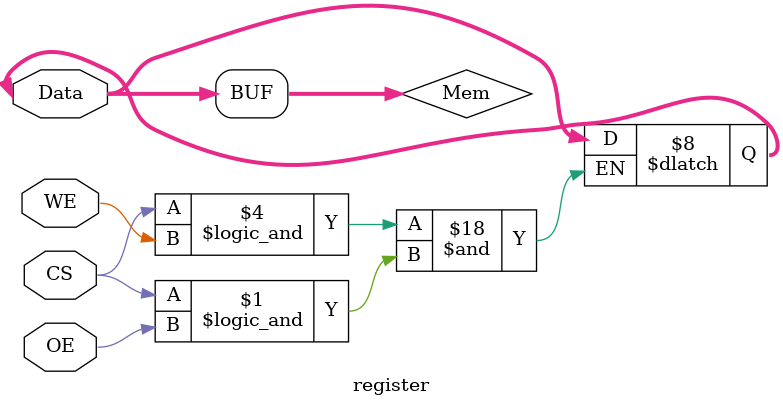
<source format=sv>
module register #(parameter WordSize = 512) (
  inout [WordSize-1:0] Data, // data bus
  input CS, WE, OE // contol logic
);

logic [WordSize-1:0] Mem;

// Defining the high impedance statement and the data
// if CS = 0 and OE = 0, this will output data.
// otherwise high impedance

assign Data = (CS && OE) ? Mem : 'z;

// data write statement
always @(CS or WE) begin
  if (CS && WE)
    Mem = Data;
end


endmodule
</source>
